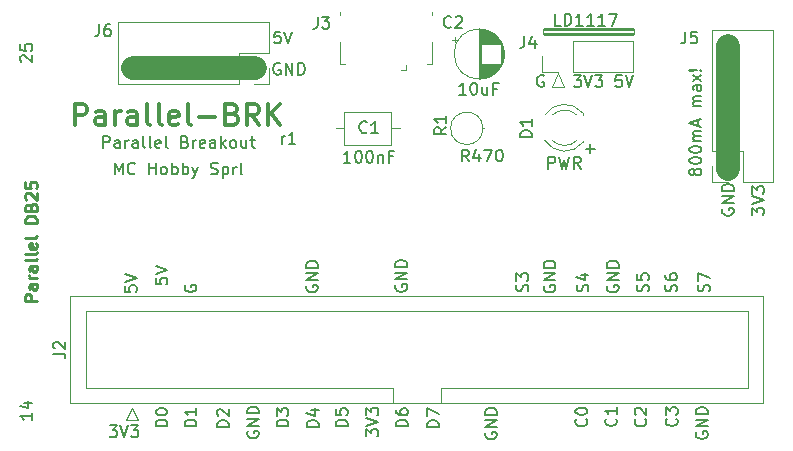
<source format=gbr>
%TF.GenerationSoftware,KiCad,Pcbnew,5.1.12-84ad8e8a86~92~ubuntu18.04.1*%
%TF.CreationDate,2022-06-27T01:27:44+02:00*%
%TF.ProjectId,Parallel-brk,50617261-6c6c-4656-9c2d-62726b2e6b69,rev?*%
%TF.SameCoordinates,Original*%
%TF.FileFunction,Legend,Top*%
%TF.FilePolarity,Positive*%
%FSLAX46Y46*%
G04 Gerber Fmt 4.6, Leading zero omitted, Abs format (unit mm)*
G04 Created by KiCad (PCBNEW 5.1.12-84ad8e8a86~92~ubuntu18.04.1) date 2022-06-27 01:27:44*
%MOMM*%
%LPD*%
G01*
G04 APERTURE LIST*
%ADD10C,0.150000*%
%ADD11C,0.350000*%
%ADD12C,0.250000*%
%ADD13C,2.000000*%
%ADD14C,0.120000*%
G04 APERTURE END LIST*
D10*
X125252380Y-54952380D02*
X125252380Y-54285714D01*
X125252380Y-54476190D02*
X125300000Y-54380952D01*
X125347619Y-54333333D01*
X125442857Y-54285714D01*
X125538095Y-54285714D01*
X126395238Y-54952380D02*
X125823809Y-54952380D01*
X126109523Y-54952380D02*
X126109523Y-53952380D01*
X126014285Y-54095238D01*
X125919047Y-54190476D01*
X125823809Y-54238095D01*
D11*
X107692857Y-53364285D02*
X107692857Y-51564285D01*
X108378571Y-51564285D01*
X108550000Y-51650000D01*
X108635714Y-51735714D01*
X108721428Y-51907142D01*
X108721428Y-52164285D01*
X108635714Y-52335714D01*
X108550000Y-52421428D01*
X108378571Y-52507142D01*
X107692857Y-52507142D01*
X110264285Y-53364285D02*
X110264285Y-52421428D01*
X110178571Y-52250000D01*
X110007142Y-52164285D01*
X109664285Y-52164285D01*
X109492857Y-52250000D01*
X110264285Y-53278571D02*
X110092857Y-53364285D01*
X109664285Y-53364285D01*
X109492857Y-53278571D01*
X109407142Y-53107142D01*
X109407142Y-52935714D01*
X109492857Y-52764285D01*
X109664285Y-52678571D01*
X110092857Y-52678571D01*
X110264285Y-52592857D01*
X111121428Y-53364285D02*
X111121428Y-52164285D01*
X111121428Y-52507142D02*
X111207142Y-52335714D01*
X111292857Y-52250000D01*
X111464285Y-52164285D01*
X111635714Y-52164285D01*
X113007142Y-53364285D02*
X113007142Y-52421428D01*
X112921428Y-52250000D01*
X112750000Y-52164285D01*
X112407142Y-52164285D01*
X112235714Y-52250000D01*
X113007142Y-53278571D02*
X112835714Y-53364285D01*
X112407142Y-53364285D01*
X112235714Y-53278571D01*
X112150000Y-53107142D01*
X112150000Y-52935714D01*
X112235714Y-52764285D01*
X112407142Y-52678571D01*
X112835714Y-52678571D01*
X113007142Y-52592857D01*
X114121428Y-53364285D02*
X113950000Y-53278571D01*
X113864285Y-53107142D01*
X113864285Y-51564285D01*
X115064285Y-53364285D02*
X114892857Y-53278571D01*
X114807142Y-53107142D01*
X114807142Y-51564285D01*
X116435714Y-53278571D02*
X116264285Y-53364285D01*
X115921428Y-53364285D01*
X115750000Y-53278571D01*
X115664285Y-53107142D01*
X115664285Y-52421428D01*
X115750000Y-52250000D01*
X115921428Y-52164285D01*
X116264285Y-52164285D01*
X116435714Y-52250000D01*
X116521428Y-52421428D01*
X116521428Y-52592857D01*
X115664285Y-52764285D01*
X117550000Y-53364285D02*
X117378571Y-53278571D01*
X117292857Y-53107142D01*
X117292857Y-51564285D01*
X118235714Y-52678571D02*
X119607142Y-52678571D01*
X121064285Y-52421428D02*
X121321428Y-52507142D01*
X121407142Y-52592857D01*
X121492857Y-52764285D01*
X121492857Y-53021428D01*
X121407142Y-53192857D01*
X121321428Y-53278571D01*
X121150000Y-53364285D01*
X120464285Y-53364285D01*
X120464285Y-51564285D01*
X121064285Y-51564285D01*
X121235714Y-51650000D01*
X121321428Y-51735714D01*
X121407142Y-51907142D01*
X121407142Y-52078571D01*
X121321428Y-52250000D01*
X121235714Y-52335714D01*
X121064285Y-52421428D01*
X120464285Y-52421428D01*
X123292857Y-53364285D02*
X122692857Y-52507142D01*
X122264285Y-53364285D02*
X122264285Y-51564285D01*
X122950000Y-51564285D01*
X123121428Y-51650000D01*
X123207142Y-51735714D01*
X123292857Y-51907142D01*
X123292857Y-52164285D01*
X123207142Y-52335714D01*
X123121428Y-52421428D01*
X122950000Y-52507142D01*
X122264285Y-52507142D01*
X124064285Y-53364285D02*
X124064285Y-51564285D01*
X125092857Y-53364285D02*
X124321428Y-52335714D01*
X125092857Y-51564285D02*
X124064285Y-52592857D01*
D10*
X110092857Y-55302380D02*
X110092857Y-54302380D01*
X110473809Y-54302380D01*
X110569047Y-54350000D01*
X110616666Y-54397619D01*
X110664285Y-54492857D01*
X110664285Y-54635714D01*
X110616666Y-54730952D01*
X110569047Y-54778571D01*
X110473809Y-54826190D01*
X110092857Y-54826190D01*
X111521428Y-55302380D02*
X111521428Y-54778571D01*
X111473809Y-54683333D01*
X111378571Y-54635714D01*
X111188095Y-54635714D01*
X111092857Y-54683333D01*
X111521428Y-55254761D02*
X111426190Y-55302380D01*
X111188095Y-55302380D01*
X111092857Y-55254761D01*
X111045238Y-55159523D01*
X111045238Y-55064285D01*
X111092857Y-54969047D01*
X111188095Y-54921428D01*
X111426190Y-54921428D01*
X111521428Y-54873809D01*
X111997619Y-55302380D02*
X111997619Y-54635714D01*
X111997619Y-54826190D02*
X112045238Y-54730952D01*
X112092857Y-54683333D01*
X112188095Y-54635714D01*
X112283333Y-54635714D01*
X113045238Y-55302380D02*
X113045238Y-54778571D01*
X112997619Y-54683333D01*
X112902380Y-54635714D01*
X112711904Y-54635714D01*
X112616666Y-54683333D01*
X113045238Y-55254761D02*
X112950000Y-55302380D01*
X112711904Y-55302380D01*
X112616666Y-55254761D01*
X112569047Y-55159523D01*
X112569047Y-55064285D01*
X112616666Y-54969047D01*
X112711904Y-54921428D01*
X112950000Y-54921428D01*
X113045238Y-54873809D01*
X113664285Y-55302380D02*
X113569047Y-55254761D01*
X113521428Y-55159523D01*
X113521428Y-54302380D01*
X114188095Y-55302380D02*
X114092857Y-55254761D01*
X114045238Y-55159523D01*
X114045238Y-54302380D01*
X114950000Y-55254761D02*
X114854761Y-55302380D01*
X114664285Y-55302380D01*
X114569047Y-55254761D01*
X114521428Y-55159523D01*
X114521428Y-54778571D01*
X114569047Y-54683333D01*
X114664285Y-54635714D01*
X114854761Y-54635714D01*
X114950000Y-54683333D01*
X114997619Y-54778571D01*
X114997619Y-54873809D01*
X114521428Y-54969047D01*
X115569047Y-55302380D02*
X115473809Y-55254761D01*
X115426190Y-55159523D01*
X115426190Y-54302380D01*
X117045238Y-54778571D02*
X117188095Y-54826190D01*
X117235714Y-54873809D01*
X117283333Y-54969047D01*
X117283333Y-55111904D01*
X117235714Y-55207142D01*
X117188095Y-55254761D01*
X117092857Y-55302380D01*
X116711904Y-55302380D01*
X116711904Y-54302380D01*
X117045238Y-54302380D01*
X117140476Y-54350000D01*
X117188095Y-54397619D01*
X117235714Y-54492857D01*
X117235714Y-54588095D01*
X117188095Y-54683333D01*
X117140476Y-54730952D01*
X117045238Y-54778571D01*
X116711904Y-54778571D01*
X117711904Y-55302380D02*
X117711904Y-54635714D01*
X117711904Y-54826190D02*
X117759523Y-54730952D01*
X117807142Y-54683333D01*
X117902380Y-54635714D01*
X117997619Y-54635714D01*
X118711904Y-55254761D02*
X118616666Y-55302380D01*
X118426190Y-55302380D01*
X118330952Y-55254761D01*
X118283333Y-55159523D01*
X118283333Y-54778571D01*
X118330952Y-54683333D01*
X118426190Y-54635714D01*
X118616666Y-54635714D01*
X118711904Y-54683333D01*
X118759523Y-54778571D01*
X118759523Y-54873809D01*
X118283333Y-54969047D01*
X119616666Y-55302380D02*
X119616666Y-54778571D01*
X119569047Y-54683333D01*
X119473809Y-54635714D01*
X119283333Y-54635714D01*
X119188095Y-54683333D01*
X119616666Y-55254761D02*
X119521428Y-55302380D01*
X119283333Y-55302380D01*
X119188095Y-55254761D01*
X119140476Y-55159523D01*
X119140476Y-55064285D01*
X119188095Y-54969047D01*
X119283333Y-54921428D01*
X119521428Y-54921428D01*
X119616666Y-54873809D01*
X120092857Y-55302380D02*
X120092857Y-54302380D01*
X120188095Y-54921428D02*
X120473809Y-55302380D01*
X120473809Y-54635714D02*
X120092857Y-55016666D01*
X121045238Y-55302380D02*
X120950000Y-55254761D01*
X120902380Y-55207142D01*
X120854761Y-55111904D01*
X120854761Y-54826190D01*
X120902380Y-54730952D01*
X120950000Y-54683333D01*
X121045238Y-54635714D01*
X121188095Y-54635714D01*
X121283333Y-54683333D01*
X121330952Y-54730952D01*
X121378571Y-54826190D01*
X121378571Y-55111904D01*
X121330952Y-55207142D01*
X121283333Y-55254761D01*
X121188095Y-55302380D01*
X121045238Y-55302380D01*
X122235714Y-54635714D02*
X122235714Y-55302380D01*
X121807142Y-54635714D02*
X121807142Y-55159523D01*
X121854761Y-55254761D01*
X121950000Y-55302380D01*
X122092857Y-55302380D01*
X122188095Y-55254761D01*
X122235714Y-55207142D01*
X122569047Y-54635714D02*
X122950000Y-54635714D01*
X122711904Y-54302380D02*
X122711904Y-55159523D01*
X122759523Y-55254761D01*
X122854761Y-55302380D01*
X122950000Y-55302380D01*
X111092857Y-57552380D02*
X111092857Y-56552380D01*
X111426190Y-57266666D01*
X111759523Y-56552380D01*
X111759523Y-57552380D01*
X112807142Y-57457142D02*
X112759523Y-57504761D01*
X112616666Y-57552380D01*
X112521428Y-57552380D01*
X112378571Y-57504761D01*
X112283333Y-57409523D01*
X112235714Y-57314285D01*
X112188095Y-57123809D01*
X112188095Y-56980952D01*
X112235714Y-56790476D01*
X112283333Y-56695238D01*
X112378571Y-56600000D01*
X112521428Y-56552380D01*
X112616666Y-56552380D01*
X112759523Y-56600000D01*
X112807142Y-56647619D01*
X113997619Y-57552380D02*
X113997619Y-56552380D01*
X113997619Y-57028571D02*
X114569047Y-57028571D01*
X114569047Y-57552380D02*
X114569047Y-56552380D01*
X115188095Y-57552380D02*
X115092857Y-57504761D01*
X115045238Y-57457142D01*
X114997619Y-57361904D01*
X114997619Y-57076190D01*
X115045238Y-56980952D01*
X115092857Y-56933333D01*
X115188095Y-56885714D01*
X115330952Y-56885714D01*
X115426190Y-56933333D01*
X115473809Y-56980952D01*
X115521428Y-57076190D01*
X115521428Y-57361904D01*
X115473809Y-57457142D01*
X115426190Y-57504761D01*
X115330952Y-57552380D01*
X115188095Y-57552380D01*
X115950000Y-57552380D02*
X115950000Y-56552380D01*
X115950000Y-56933333D02*
X116045238Y-56885714D01*
X116235714Y-56885714D01*
X116330952Y-56933333D01*
X116378571Y-56980952D01*
X116426190Y-57076190D01*
X116426190Y-57361904D01*
X116378571Y-57457142D01*
X116330952Y-57504761D01*
X116235714Y-57552380D01*
X116045238Y-57552380D01*
X115950000Y-57504761D01*
X116854761Y-57552380D02*
X116854761Y-56552380D01*
X116854761Y-56933333D02*
X116950000Y-56885714D01*
X117140476Y-56885714D01*
X117235714Y-56933333D01*
X117283333Y-56980952D01*
X117330952Y-57076190D01*
X117330952Y-57361904D01*
X117283333Y-57457142D01*
X117235714Y-57504761D01*
X117140476Y-57552380D01*
X116950000Y-57552380D01*
X116854761Y-57504761D01*
X117664285Y-56885714D02*
X117902380Y-57552380D01*
X118140476Y-56885714D02*
X117902380Y-57552380D01*
X117807142Y-57790476D01*
X117759523Y-57838095D01*
X117664285Y-57885714D01*
X119235714Y-57504761D02*
X119378571Y-57552380D01*
X119616666Y-57552380D01*
X119711904Y-57504761D01*
X119759523Y-57457142D01*
X119807142Y-57361904D01*
X119807142Y-57266666D01*
X119759523Y-57171428D01*
X119711904Y-57123809D01*
X119616666Y-57076190D01*
X119426190Y-57028571D01*
X119330952Y-56980952D01*
X119283333Y-56933333D01*
X119235714Y-56838095D01*
X119235714Y-56742857D01*
X119283333Y-56647619D01*
X119330952Y-56600000D01*
X119426190Y-56552380D01*
X119664285Y-56552380D01*
X119807142Y-56600000D01*
X120235714Y-56885714D02*
X120235714Y-57885714D01*
X120235714Y-56933333D02*
X120330952Y-56885714D01*
X120521428Y-56885714D01*
X120616666Y-56933333D01*
X120664285Y-56980952D01*
X120711904Y-57076190D01*
X120711904Y-57361904D01*
X120664285Y-57457142D01*
X120616666Y-57504761D01*
X120521428Y-57552380D01*
X120330952Y-57552380D01*
X120235714Y-57504761D01*
X121140476Y-57552380D02*
X121140476Y-56885714D01*
X121140476Y-57076190D02*
X121188095Y-56980952D01*
X121235714Y-56933333D01*
X121330952Y-56885714D01*
X121426190Y-56885714D01*
X121902380Y-57552380D02*
X121807142Y-57504761D01*
X121759523Y-57409523D01*
X121759523Y-56552380D01*
D12*
X104502380Y-68254761D02*
X103502380Y-68254761D01*
X103502380Y-67873809D01*
X103550000Y-67778571D01*
X103597619Y-67730952D01*
X103692857Y-67683333D01*
X103835714Y-67683333D01*
X103930952Y-67730952D01*
X103978571Y-67778571D01*
X104026190Y-67873809D01*
X104026190Y-68254761D01*
X104502380Y-66826190D02*
X103978571Y-66826190D01*
X103883333Y-66873809D01*
X103835714Y-66969047D01*
X103835714Y-67159523D01*
X103883333Y-67254761D01*
X104454761Y-66826190D02*
X104502380Y-66921428D01*
X104502380Y-67159523D01*
X104454761Y-67254761D01*
X104359523Y-67302380D01*
X104264285Y-67302380D01*
X104169047Y-67254761D01*
X104121428Y-67159523D01*
X104121428Y-66921428D01*
X104073809Y-66826190D01*
X104502380Y-66350000D02*
X103835714Y-66350000D01*
X104026190Y-66350000D02*
X103930952Y-66302380D01*
X103883333Y-66254761D01*
X103835714Y-66159523D01*
X103835714Y-66064285D01*
X104502380Y-65302380D02*
X103978571Y-65302380D01*
X103883333Y-65350000D01*
X103835714Y-65445238D01*
X103835714Y-65635714D01*
X103883333Y-65730952D01*
X104454761Y-65302380D02*
X104502380Y-65397619D01*
X104502380Y-65635714D01*
X104454761Y-65730952D01*
X104359523Y-65778571D01*
X104264285Y-65778571D01*
X104169047Y-65730952D01*
X104121428Y-65635714D01*
X104121428Y-65397619D01*
X104073809Y-65302380D01*
X104502380Y-64683333D02*
X104454761Y-64778571D01*
X104359523Y-64826190D01*
X103502380Y-64826190D01*
X104502380Y-64159523D02*
X104454761Y-64254761D01*
X104359523Y-64302380D01*
X103502380Y-64302380D01*
X104454761Y-63397619D02*
X104502380Y-63492857D01*
X104502380Y-63683333D01*
X104454761Y-63778571D01*
X104359523Y-63826190D01*
X103978571Y-63826190D01*
X103883333Y-63778571D01*
X103835714Y-63683333D01*
X103835714Y-63492857D01*
X103883333Y-63397619D01*
X103978571Y-63350000D01*
X104073809Y-63350000D01*
X104169047Y-63826190D01*
X104502380Y-62778571D02*
X104454761Y-62873809D01*
X104359523Y-62921428D01*
X103502380Y-62921428D01*
X104502380Y-61635714D02*
X103502380Y-61635714D01*
X103502380Y-61397619D01*
X103550000Y-61254761D01*
X103645238Y-61159523D01*
X103740476Y-61111904D01*
X103930952Y-61064285D01*
X104073809Y-61064285D01*
X104264285Y-61111904D01*
X104359523Y-61159523D01*
X104454761Y-61254761D01*
X104502380Y-61397619D01*
X104502380Y-61635714D01*
X103978571Y-60302380D02*
X104026190Y-60159523D01*
X104073809Y-60111904D01*
X104169047Y-60064285D01*
X104311904Y-60064285D01*
X104407142Y-60111904D01*
X104454761Y-60159523D01*
X104502380Y-60254761D01*
X104502380Y-60635714D01*
X103502380Y-60635714D01*
X103502380Y-60302380D01*
X103550000Y-60207142D01*
X103597619Y-60159523D01*
X103692857Y-60111904D01*
X103788095Y-60111904D01*
X103883333Y-60159523D01*
X103930952Y-60207142D01*
X103978571Y-60302380D01*
X103978571Y-60635714D01*
X103597619Y-59683333D02*
X103550000Y-59635714D01*
X103502380Y-59540476D01*
X103502380Y-59302380D01*
X103550000Y-59207142D01*
X103597619Y-59159523D01*
X103692857Y-59111904D01*
X103788095Y-59111904D01*
X103930952Y-59159523D01*
X104502380Y-59730952D01*
X104502380Y-59111904D01*
X103502380Y-58207142D02*
X103502380Y-58683333D01*
X103978571Y-58730952D01*
X103930952Y-58683333D01*
X103883333Y-58588095D01*
X103883333Y-58350000D01*
X103930952Y-58254761D01*
X103978571Y-58207142D01*
X104073809Y-58159523D01*
X104311904Y-58159523D01*
X104407142Y-58207142D01*
X104454761Y-58254761D01*
X104502380Y-58350000D01*
X104502380Y-58588095D01*
X104454761Y-58683333D01*
X104407142Y-58730952D01*
D10*
X103197619Y-48011904D02*
X103150000Y-47964285D01*
X103102380Y-47869047D01*
X103102380Y-47630952D01*
X103150000Y-47535714D01*
X103197619Y-47488095D01*
X103292857Y-47440476D01*
X103388095Y-47440476D01*
X103530952Y-47488095D01*
X104102380Y-48059523D01*
X104102380Y-47440476D01*
X103102380Y-46535714D02*
X103102380Y-47011904D01*
X103578571Y-47059523D01*
X103530952Y-47011904D01*
X103483333Y-46916666D01*
X103483333Y-46678571D01*
X103530952Y-46583333D01*
X103578571Y-46535714D01*
X103673809Y-46488095D01*
X103911904Y-46488095D01*
X104007142Y-46535714D01*
X104054761Y-46583333D01*
X104102380Y-46678571D01*
X104102380Y-46916666D01*
X104054761Y-47011904D01*
X104007142Y-47059523D01*
X104102380Y-77740476D02*
X104102380Y-78311904D01*
X104102380Y-78026190D02*
X103102380Y-78026190D01*
X103245238Y-78121428D01*
X103340476Y-78216666D01*
X103388095Y-78311904D01*
X103435714Y-76883333D02*
X104102380Y-76883333D01*
X103054761Y-77121428D02*
X103769047Y-77359523D01*
X103769047Y-76740476D01*
X125109523Y-45452380D02*
X124633333Y-45452380D01*
X124585714Y-45928571D01*
X124633333Y-45880952D01*
X124728571Y-45833333D01*
X124966666Y-45833333D01*
X125061904Y-45880952D01*
X125109523Y-45928571D01*
X125157142Y-46023809D01*
X125157142Y-46261904D01*
X125109523Y-46357142D01*
X125061904Y-46404761D01*
X124966666Y-46452380D01*
X124728571Y-46452380D01*
X124633333Y-46404761D01*
X124585714Y-46357142D01*
X125442857Y-45452380D02*
X125776190Y-46452380D01*
X126109523Y-45452380D01*
X125088095Y-48150000D02*
X124992857Y-48102380D01*
X124850000Y-48102380D01*
X124707142Y-48150000D01*
X124611904Y-48245238D01*
X124564285Y-48340476D01*
X124516666Y-48530952D01*
X124516666Y-48673809D01*
X124564285Y-48864285D01*
X124611904Y-48959523D01*
X124707142Y-49054761D01*
X124850000Y-49102380D01*
X124945238Y-49102380D01*
X125088095Y-49054761D01*
X125135714Y-49007142D01*
X125135714Y-48673809D01*
X124945238Y-48673809D01*
X125564285Y-49102380D02*
X125564285Y-48102380D01*
X126135714Y-49102380D01*
X126135714Y-48102380D01*
X126611904Y-49102380D02*
X126611904Y-48102380D01*
X126850000Y-48102380D01*
X126992857Y-48150000D01*
X127088095Y-48245238D01*
X127135714Y-48340476D01*
X127183333Y-48530952D01*
X127183333Y-48673809D01*
X127135714Y-48864285D01*
X127088095Y-48959523D01*
X126992857Y-49054761D01*
X126850000Y-49102380D01*
X126611904Y-49102380D01*
D13*
X112650000Y-48500000D02*
X123000000Y-48500000D01*
X163000000Y-46700000D02*
X163000000Y-57050000D01*
D10*
X160180952Y-57435714D02*
X160133333Y-57530952D01*
X160085714Y-57578571D01*
X159990476Y-57626190D01*
X159942857Y-57626190D01*
X159847619Y-57578571D01*
X159800000Y-57530952D01*
X159752380Y-57435714D01*
X159752380Y-57245238D01*
X159800000Y-57150000D01*
X159847619Y-57102380D01*
X159942857Y-57054761D01*
X159990476Y-57054761D01*
X160085714Y-57102380D01*
X160133333Y-57150000D01*
X160180952Y-57245238D01*
X160180952Y-57435714D01*
X160228571Y-57530952D01*
X160276190Y-57578571D01*
X160371428Y-57626190D01*
X160561904Y-57626190D01*
X160657142Y-57578571D01*
X160704761Y-57530952D01*
X160752380Y-57435714D01*
X160752380Y-57245238D01*
X160704761Y-57150000D01*
X160657142Y-57102380D01*
X160561904Y-57054761D01*
X160371428Y-57054761D01*
X160276190Y-57102380D01*
X160228571Y-57150000D01*
X160180952Y-57245238D01*
X159752380Y-56435714D02*
X159752380Y-56340476D01*
X159800000Y-56245238D01*
X159847619Y-56197619D01*
X159942857Y-56150000D01*
X160133333Y-56102380D01*
X160371428Y-56102380D01*
X160561904Y-56150000D01*
X160657142Y-56197619D01*
X160704761Y-56245238D01*
X160752380Y-56340476D01*
X160752380Y-56435714D01*
X160704761Y-56530952D01*
X160657142Y-56578571D01*
X160561904Y-56626190D01*
X160371428Y-56673809D01*
X160133333Y-56673809D01*
X159942857Y-56626190D01*
X159847619Y-56578571D01*
X159800000Y-56530952D01*
X159752380Y-56435714D01*
X159752380Y-55483333D02*
X159752380Y-55388095D01*
X159800000Y-55292857D01*
X159847619Y-55245238D01*
X159942857Y-55197619D01*
X160133333Y-55150000D01*
X160371428Y-55150000D01*
X160561904Y-55197619D01*
X160657142Y-55245238D01*
X160704761Y-55292857D01*
X160752380Y-55388095D01*
X160752380Y-55483333D01*
X160704761Y-55578571D01*
X160657142Y-55626190D01*
X160561904Y-55673809D01*
X160371428Y-55721428D01*
X160133333Y-55721428D01*
X159942857Y-55673809D01*
X159847619Y-55626190D01*
X159800000Y-55578571D01*
X159752380Y-55483333D01*
X160752380Y-54721428D02*
X160085714Y-54721428D01*
X160180952Y-54721428D02*
X160133333Y-54673809D01*
X160085714Y-54578571D01*
X160085714Y-54435714D01*
X160133333Y-54340476D01*
X160228571Y-54292857D01*
X160752380Y-54292857D01*
X160228571Y-54292857D02*
X160133333Y-54245238D01*
X160085714Y-54150000D01*
X160085714Y-54007142D01*
X160133333Y-53911904D01*
X160228571Y-53864285D01*
X160752380Y-53864285D01*
X160466666Y-53435714D02*
X160466666Y-52959523D01*
X160752380Y-53530952D02*
X159752380Y-53197619D01*
X160752380Y-52864285D01*
X160752380Y-51769047D02*
X160085714Y-51769047D01*
X160180952Y-51769047D02*
X160133333Y-51721428D01*
X160085714Y-51626190D01*
X160085714Y-51483333D01*
X160133333Y-51388095D01*
X160228571Y-51340476D01*
X160752380Y-51340476D01*
X160228571Y-51340476D02*
X160133333Y-51292857D01*
X160085714Y-51197619D01*
X160085714Y-51054761D01*
X160133333Y-50959523D01*
X160228571Y-50911904D01*
X160752380Y-50911904D01*
X160752380Y-50007142D02*
X160228571Y-50007142D01*
X160133333Y-50054761D01*
X160085714Y-50150000D01*
X160085714Y-50340476D01*
X160133333Y-50435714D01*
X160704761Y-50007142D02*
X160752380Y-50102380D01*
X160752380Y-50340476D01*
X160704761Y-50435714D01*
X160609523Y-50483333D01*
X160514285Y-50483333D01*
X160419047Y-50435714D01*
X160371428Y-50340476D01*
X160371428Y-50102380D01*
X160323809Y-50007142D01*
X160752380Y-49626190D02*
X160085714Y-49102380D01*
X160085714Y-49626190D02*
X160752380Y-49102380D01*
X160657142Y-48721428D02*
X160704761Y-48673809D01*
X160752380Y-48721428D01*
X160704761Y-48769047D01*
X160657142Y-48721428D01*
X160752380Y-48721428D01*
X160371428Y-48721428D02*
X159800000Y-48769047D01*
X159752380Y-48721428D01*
X159800000Y-48673809D01*
X160371428Y-48721428D01*
X159752380Y-48721428D01*
X165052380Y-60988095D02*
X165052380Y-60369047D01*
X165433333Y-60702380D01*
X165433333Y-60559523D01*
X165480952Y-60464285D01*
X165528571Y-60416666D01*
X165623809Y-60369047D01*
X165861904Y-60369047D01*
X165957142Y-60416666D01*
X166004761Y-60464285D01*
X166052380Y-60559523D01*
X166052380Y-60845238D01*
X166004761Y-60940476D01*
X165957142Y-60988095D01*
X165052380Y-60083333D02*
X166052380Y-59750000D01*
X165052380Y-59416666D01*
X165052380Y-59178571D02*
X165052380Y-58559523D01*
X165433333Y-58892857D01*
X165433333Y-58750000D01*
X165480952Y-58654761D01*
X165528571Y-58607142D01*
X165623809Y-58559523D01*
X165861904Y-58559523D01*
X165957142Y-58607142D01*
X166004761Y-58654761D01*
X166052380Y-58750000D01*
X166052380Y-59035714D01*
X166004761Y-59130952D01*
X165957142Y-59178571D01*
X162550000Y-60461904D02*
X162502380Y-60557142D01*
X162502380Y-60700000D01*
X162550000Y-60842857D01*
X162645238Y-60938095D01*
X162740476Y-60985714D01*
X162930952Y-61033333D01*
X163073809Y-61033333D01*
X163264285Y-60985714D01*
X163359523Y-60938095D01*
X163454761Y-60842857D01*
X163502380Y-60700000D01*
X163502380Y-60604761D01*
X163454761Y-60461904D01*
X163407142Y-60414285D01*
X163073809Y-60414285D01*
X163073809Y-60604761D01*
X163502380Y-59985714D02*
X162502380Y-59985714D01*
X163502380Y-59414285D01*
X162502380Y-59414285D01*
X163502380Y-58938095D02*
X162502380Y-58938095D01*
X162502380Y-58700000D01*
X162550000Y-58557142D01*
X162645238Y-58461904D01*
X162740476Y-58414285D01*
X162930952Y-58366666D01*
X163073809Y-58366666D01*
X163264285Y-58414285D01*
X163359523Y-58461904D01*
X163454761Y-58557142D01*
X163502380Y-58700000D01*
X163502380Y-58938095D01*
X148854761Y-44952380D02*
X148378571Y-44952380D01*
X148378571Y-43952380D01*
X149188095Y-44952380D02*
X149188095Y-43952380D01*
X149426190Y-43952380D01*
X149569047Y-44000000D01*
X149664285Y-44095238D01*
X149711904Y-44190476D01*
X149759523Y-44380952D01*
X149759523Y-44523809D01*
X149711904Y-44714285D01*
X149664285Y-44809523D01*
X149569047Y-44904761D01*
X149426190Y-44952380D01*
X149188095Y-44952380D01*
X150711904Y-44952380D02*
X150140476Y-44952380D01*
X150426190Y-44952380D02*
X150426190Y-43952380D01*
X150330952Y-44095238D01*
X150235714Y-44190476D01*
X150140476Y-44238095D01*
X151664285Y-44952380D02*
X151092857Y-44952380D01*
X151378571Y-44952380D02*
X151378571Y-43952380D01*
X151283333Y-44095238D01*
X151188095Y-44190476D01*
X151092857Y-44238095D01*
X152616666Y-44952380D02*
X152045238Y-44952380D01*
X152330952Y-44952380D02*
X152330952Y-43952380D01*
X152235714Y-44095238D01*
X152140476Y-44190476D01*
X152045238Y-44238095D01*
X152950000Y-43952380D02*
X153616666Y-43952380D01*
X153188095Y-44952380D01*
X140828571Y-50802380D02*
X140257142Y-50802380D01*
X140542857Y-50802380D02*
X140542857Y-49802380D01*
X140447619Y-49945238D01*
X140352380Y-50040476D01*
X140257142Y-50088095D01*
X141447619Y-49802380D02*
X141542857Y-49802380D01*
X141638095Y-49850000D01*
X141685714Y-49897619D01*
X141733333Y-49992857D01*
X141780952Y-50183333D01*
X141780952Y-50421428D01*
X141733333Y-50611904D01*
X141685714Y-50707142D01*
X141638095Y-50754761D01*
X141542857Y-50802380D01*
X141447619Y-50802380D01*
X141352380Y-50754761D01*
X141304761Y-50707142D01*
X141257142Y-50611904D01*
X141209523Y-50421428D01*
X141209523Y-50183333D01*
X141257142Y-49992857D01*
X141304761Y-49897619D01*
X141352380Y-49850000D01*
X141447619Y-49802380D01*
X142638095Y-50135714D02*
X142638095Y-50802380D01*
X142209523Y-50135714D02*
X142209523Y-50659523D01*
X142257142Y-50754761D01*
X142352380Y-50802380D01*
X142495238Y-50802380D01*
X142590476Y-50754761D01*
X142638095Y-50707142D01*
X143447619Y-50278571D02*
X143114285Y-50278571D01*
X143114285Y-50802380D02*
X143114285Y-49802380D01*
X143590476Y-49802380D01*
X110661904Y-78802380D02*
X111280952Y-78802380D01*
X110947619Y-79183333D01*
X111090476Y-79183333D01*
X111185714Y-79230952D01*
X111233333Y-79278571D01*
X111280952Y-79373809D01*
X111280952Y-79611904D01*
X111233333Y-79707142D01*
X111185714Y-79754761D01*
X111090476Y-79802380D01*
X110804761Y-79802380D01*
X110709523Y-79754761D01*
X110661904Y-79707142D01*
X111566666Y-78802380D02*
X111900000Y-79802380D01*
X112233333Y-78802380D01*
X112471428Y-78802380D02*
X113090476Y-78802380D01*
X112757142Y-79183333D01*
X112900000Y-79183333D01*
X112995238Y-79230952D01*
X113042857Y-79278571D01*
X113090476Y-79373809D01*
X113090476Y-79611904D01*
X113042857Y-79707142D01*
X112995238Y-79754761D01*
X112900000Y-79802380D01*
X112614285Y-79802380D01*
X112519047Y-79754761D01*
X112471428Y-79707142D01*
X115552380Y-78888095D02*
X114552380Y-78888095D01*
X114552380Y-78650000D01*
X114600000Y-78507142D01*
X114695238Y-78411904D01*
X114790476Y-78364285D01*
X114980952Y-78316666D01*
X115123809Y-78316666D01*
X115314285Y-78364285D01*
X115409523Y-78411904D01*
X115504761Y-78507142D01*
X115552380Y-78650000D01*
X115552380Y-78888095D01*
X114552380Y-77697619D02*
X114552380Y-77602380D01*
X114600000Y-77507142D01*
X114647619Y-77459523D01*
X114742857Y-77411904D01*
X114933333Y-77364285D01*
X115171428Y-77364285D01*
X115361904Y-77411904D01*
X115457142Y-77459523D01*
X115504761Y-77507142D01*
X115552380Y-77602380D01*
X115552380Y-77697619D01*
X115504761Y-77792857D01*
X115457142Y-77840476D01*
X115361904Y-77888095D01*
X115171428Y-77935714D01*
X114933333Y-77935714D01*
X114742857Y-77888095D01*
X114647619Y-77840476D01*
X114600000Y-77792857D01*
X114552380Y-77697619D01*
X118002380Y-78888095D02*
X117002380Y-78888095D01*
X117002380Y-78650000D01*
X117050000Y-78507142D01*
X117145238Y-78411904D01*
X117240476Y-78364285D01*
X117430952Y-78316666D01*
X117573809Y-78316666D01*
X117764285Y-78364285D01*
X117859523Y-78411904D01*
X117954761Y-78507142D01*
X118002380Y-78650000D01*
X118002380Y-78888095D01*
X118002380Y-77364285D02*
X118002380Y-77935714D01*
X118002380Y-77650000D02*
X117002380Y-77650000D01*
X117145238Y-77745238D01*
X117240476Y-77840476D01*
X117288095Y-77935714D01*
X120752380Y-78938095D02*
X119752380Y-78938095D01*
X119752380Y-78700000D01*
X119800000Y-78557142D01*
X119895238Y-78461904D01*
X119990476Y-78414285D01*
X120180952Y-78366666D01*
X120323809Y-78366666D01*
X120514285Y-78414285D01*
X120609523Y-78461904D01*
X120704761Y-78557142D01*
X120752380Y-78700000D01*
X120752380Y-78938095D01*
X119847619Y-77985714D02*
X119800000Y-77938095D01*
X119752380Y-77842857D01*
X119752380Y-77604761D01*
X119800000Y-77509523D01*
X119847619Y-77461904D01*
X119942857Y-77414285D01*
X120038095Y-77414285D01*
X120180952Y-77461904D01*
X120752380Y-78033333D01*
X120752380Y-77414285D01*
X125802380Y-78888095D02*
X124802380Y-78888095D01*
X124802380Y-78650000D01*
X124850000Y-78507142D01*
X124945238Y-78411904D01*
X125040476Y-78364285D01*
X125230952Y-78316666D01*
X125373809Y-78316666D01*
X125564285Y-78364285D01*
X125659523Y-78411904D01*
X125754761Y-78507142D01*
X125802380Y-78650000D01*
X125802380Y-78888095D01*
X124802380Y-77983333D02*
X124802380Y-77364285D01*
X125183333Y-77697619D01*
X125183333Y-77554761D01*
X125230952Y-77459523D01*
X125278571Y-77411904D01*
X125373809Y-77364285D01*
X125611904Y-77364285D01*
X125707142Y-77411904D01*
X125754761Y-77459523D01*
X125802380Y-77554761D01*
X125802380Y-77840476D01*
X125754761Y-77935714D01*
X125707142Y-77983333D01*
X128352380Y-78938095D02*
X127352380Y-78938095D01*
X127352380Y-78700000D01*
X127400000Y-78557142D01*
X127495238Y-78461904D01*
X127590476Y-78414285D01*
X127780952Y-78366666D01*
X127923809Y-78366666D01*
X128114285Y-78414285D01*
X128209523Y-78461904D01*
X128304761Y-78557142D01*
X128352380Y-78700000D01*
X128352380Y-78938095D01*
X127685714Y-77509523D02*
X128352380Y-77509523D01*
X127304761Y-77747619D02*
X128019047Y-77985714D01*
X128019047Y-77366666D01*
X130802380Y-78888095D02*
X129802380Y-78888095D01*
X129802380Y-78650000D01*
X129850000Y-78507142D01*
X129945238Y-78411904D01*
X130040476Y-78364285D01*
X130230952Y-78316666D01*
X130373809Y-78316666D01*
X130564285Y-78364285D01*
X130659523Y-78411904D01*
X130754761Y-78507142D01*
X130802380Y-78650000D01*
X130802380Y-78888095D01*
X129802380Y-77411904D02*
X129802380Y-77888095D01*
X130278571Y-77935714D01*
X130230952Y-77888095D01*
X130183333Y-77792857D01*
X130183333Y-77554761D01*
X130230952Y-77459523D01*
X130278571Y-77411904D01*
X130373809Y-77364285D01*
X130611904Y-77364285D01*
X130707142Y-77411904D01*
X130754761Y-77459523D01*
X130802380Y-77554761D01*
X130802380Y-77792857D01*
X130754761Y-77888095D01*
X130707142Y-77935714D01*
X132402380Y-79738095D02*
X132402380Y-79119047D01*
X132783333Y-79452380D01*
X132783333Y-79309523D01*
X132830952Y-79214285D01*
X132878571Y-79166666D01*
X132973809Y-79119047D01*
X133211904Y-79119047D01*
X133307142Y-79166666D01*
X133354761Y-79214285D01*
X133402380Y-79309523D01*
X133402380Y-79595238D01*
X133354761Y-79690476D01*
X133307142Y-79738095D01*
X132402380Y-78833333D02*
X133402380Y-78500000D01*
X132402380Y-78166666D01*
X132402380Y-77928571D02*
X132402380Y-77309523D01*
X132783333Y-77642857D01*
X132783333Y-77500000D01*
X132830952Y-77404761D01*
X132878571Y-77357142D01*
X132973809Y-77309523D01*
X133211904Y-77309523D01*
X133307142Y-77357142D01*
X133354761Y-77404761D01*
X133402380Y-77500000D01*
X133402380Y-77785714D01*
X133354761Y-77880952D01*
X133307142Y-77928571D01*
X135902380Y-78888095D02*
X134902380Y-78888095D01*
X134902380Y-78650000D01*
X134950000Y-78507142D01*
X135045238Y-78411904D01*
X135140476Y-78364285D01*
X135330952Y-78316666D01*
X135473809Y-78316666D01*
X135664285Y-78364285D01*
X135759523Y-78411904D01*
X135854761Y-78507142D01*
X135902380Y-78650000D01*
X135902380Y-78888095D01*
X134902380Y-77459523D02*
X134902380Y-77650000D01*
X134950000Y-77745238D01*
X134997619Y-77792857D01*
X135140476Y-77888095D01*
X135330952Y-77935714D01*
X135711904Y-77935714D01*
X135807142Y-77888095D01*
X135854761Y-77840476D01*
X135902380Y-77745238D01*
X135902380Y-77554761D01*
X135854761Y-77459523D01*
X135807142Y-77411904D01*
X135711904Y-77364285D01*
X135473809Y-77364285D01*
X135378571Y-77411904D01*
X135330952Y-77459523D01*
X135283333Y-77554761D01*
X135283333Y-77745238D01*
X135330952Y-77840476D01*
X135378571Y-77888095D01*
X135473809Y-77935714D01*
X138552380Y-78938095D02*
X137552380Y-78938095D01*
X137552380Y-78700000D01*
X137600000Y-78557142D01*
X137695238Y-78461904D01*
X137790476Y-78414285D01*
X137980952Y-78366666D01*
X138123809Y-78366666D01*
X138314285Y-78414285D01*
X138409523Y-78461904D01*
X138504761Y-78557142D01*
X138552380Y-78700000D01*
X138552380Y-78938095D01*
X137552380Y-78033333D02*
X137552380Y-77366666D01*
X138552380Y-77795238D01*
X158657142Y-78216666D02*
X158704761Y-78264285D01*
X158752380Y-78407142D01*
X158752380Y-78502380D01*
X158704761Y-78645238D01*
X158609523Y-78740476D01*
X158514285Y-78788095D01*
X158323809Y-78835714D01*
X158180952Y-78835714D01*
X157990476Y-78788095D01*
X157895238Y-78740476D01*
X157800000Y-78645238D01*
X157752380Y-78502380D01*
X157752380Y-78407142D01*
X157800000Y-78264285D01*
X157847619Y-78216666D01*
X157752380Y-77883333D02*
X157752380Y-77264285D01*
X158133333Y-77597619D01*
X158133333Y-77454761D01*
X158180952Y-77359523D01*
X158228571Y-77311904D01*
X158323809Y-77264285D01*
X158561904Y-77264285D01*
X158657142Y-77311904D01*
X158704761Y-77359523D01*
X158752380Y-77454761D01*
X158752380Y-77740476D01*
X158704761Y-77835714D01*
X158657142Y-77883333D01*
X156007142Y-78266666D02*
X156054761Y-78314285D01*
X156102380Y-78457142D01*
X156102380Y-78552380D01*
X156054761Y-78695238D01*
X155959523Y-78790476D01*
X155864285Y-78838095D01*
X155673809Y-78885714D01*
X155530952Y-78885714D01*
X155340476Y-78838095D01*
X155245238Y-78790476D01*
X155150000Y-78695238D01*
X155102380Y-78552380D01*
X155102380Y-78457142D01*
X155150000Y-78314285D01*
X155197619Y-78266666D01*
X155197619Y-77885714D02*
X155150000Y-77838095D01*
X155102380Y-77742857D01*
X155102380Y-77504761D01*
X155150000Y-77409523D01*
X155197619Y-77361904D01*
X155292857Y-77314285D01*
X155388095Y-77314285D01*
X155530952Y-77361904D01*
X156102380Y-77933333D01*
X156102380Y-77314285D01*
X153507142Y-78216666D02*
X153554761Y-78264285D01*
X153602380Y-78407142D01*
X153602380Y-78502380D01*
X153554761Y-78645238D01*
X153459523Y-78740476D01*
X153364285Y-78788095D01*
X153173809Y-78835714D01*
X153030952Y-78835714D01*
X152840476Y-78788095D01*
X152745238Y-78740476D01*
X152650000Y-78645238D01*
X152602380Y-78502380D01*
X152602380Y-78407142D01*
X152650000Y-78264285D01*
X152697619Y-78216666D01*
X153602380Y-77264285D02*
X153602380Y-77835714D01*
X153602380Y-77550000D02*
X152602380Y-77550000D01*
X152745238Y-77645238D01*
X152840476Y-77740476D01*
X152888095Y-77835714D01*
X151007142Y-78266666D02*
X151054761Y-78314285D01*
X151102380Y-78457142D01*
X151102380Y-78552380D01*
X151054761Y-78695238D01*
X150959523Y-78790476D01*
X150864285Y-78838095D01*
X150673809Y-78885714D01*
X150530952Y-78885714D01*
X150340476Y-78838095D01*
X150245238Y-78790476D01*
X150150000Y-78695238D01*
X150102380Y-78552380D01*
X150102380Y-78457142D01*
X150150000Y-78314285D01*
X150197619Y-78266666D01*
X150102380Y-77647619D02*
X150102380Y-77552380D01*
X150150000Y-77457142D01*
X150197619Y-77409523D01*
X150292857Y-77361904D01*
X150483333Y-77314285D01*
X150721428Y-77314285D01*
X150911904Y-77361904D01*
X151007142Y-77409523D01*
X151054761Y-77457142D01*
X151102380Y-77552380D01*
X151102380Y-77647619D01*
X151054761Y-77742857D01*
X151007142Y-77790476D01*
X150911904Y-77838095D01*
X150721428Y-77885714D01*
X150483333Y-77885714D01*
X150292857Y-77838095D01*
X150197619Y-77790476D01*
X150150000Y-77742857D01*
X150102380Y-77647619D01*
X160350000Y-79361904D02*
X160302380Y-79457142D01*
X160302380Y-79600000D01*
X160350000Y-79742857D01*
X160445238Y-79838095D01*
X160540476Y-79885714D01*
X160730952Y-79933333D01*
X160873809Y-79933333D01*
X161064285Y-79885714D01*
X161159523Y-79838095D01*
X161254761Y-79742857D01*
X161302380Y-79600000D01*
X161302380Y-79504761D01*
X161254761Y-79361904D01*
X161207142Y-79314285D01*
X160873809Y-79314285D01*
X160873809Y-79504761D01*
X161302380Y-78885714D02*
X160302380Y-78885714D01*
X161302380Y-78314285D01*
X160302380Y-78314285D01*
X161302380Y-77838095D02*
X160302380Y-77838095D01*
X160302380Y-77600000D01*
X160350000Y-77457142D01*
X160445238Y-77361904D01*
X160540476Y-77314285D01*
X160730952Y-77266666D01*
X160873809Y-77266666D01*
X161064285Y-77314285D01*
X161159523Y-77361904D01*
X161254761Y-77457142D01*
X161302380Y-77600000D01*
X161302380Y-77838095D01*
X142500000Y-79411904D02*
X142452380Y-79507142D01*
X142452380Y-79650000D01*
X142500000Y-79792857D01*
X142595238Y-79888095D01*
X142690476Y-79935714D01*
X142880952Y-79983333D01*
X143023809Y-79983333D01*
X143214285Y-79935714D01*
X143309523Y-79888095D01*
X143404761Y-79792857D01*
X143452380Y-79650000D01*
X143452380Y-79554761D01*
X143404761Y-79411904D01*
X143357142Y-79364285D01*
X143023809Y-79364285D01*
X143023809Y-79554761D01*
X143452380Y-78935714D02*
X142452380Y-78935714D01*
X143452380Y-78364285D01*
X142452380Y-78364285D01*
X143452380Y-77888095D02*
X142452380Y-77888095D01*
X142452380Y-77650000D01*
X142500000Y-77507142D01*
X142595238Y-77411904D01*
X142690476Y-77364285D01*
X142880952Y-77316666D01*
X143023809Y-77316666D01*
X143214285Y-77364285D01*
X143309523Y-77411904D01*
X143404761Y-77507142D01*
X143452380Y-77650000D01*
X143452380Y-77888095D01*
X122350000Y-79311904D02*
X122302380Y-79407142D01*
X122302380Y-79550000D01*
X122350000Y-79692857D01*
X122445238Y-79788095D01*
X122540476Y-79835714D01*
X122730952Y-79883333D01*
X122873809Y-79883333D01*
X123064285Y-79835714D01*
X123159523Y-79788095D01*
X123254761Y-79692857D01*
X123302380Y-79550000D01*
X123302380Y-79454761D01*
X123254761Y-79311904D01*
X123207142Y-79264285D01*
X122873809Y-79264285D01*
X122873809Y-79454761D01*
X123302380Y-78835714D02*
X122302380Y-78835714D01*
X123302380Y-78264285D01*
X122302380Y-78264285D01*
X123302380Y-77788095D02*
X122302380Y-77788095D01*
X122302380Y-77550000D01*
X122350000Y-77407142D01*
X122445238Y-77311904D01*
X122540476Y-77264285D01*
X122730952Y-77216666D01*
X122873809Y-77216666D01*
X123064285Y-77264285D01*
X123159523Y-77311904D01*
X123254761Y-77407142D01*
X123302380Y-77550000D01*
X123302380Y-77788095D01*
X134900000Y-66911904D02*
X134852380Y-67007142D01*
X134852380Y-67150000D01*
X134900000Y-67292857D01*
X134995238Y-67388095D01*
X135090476Y-67435714D01*
X135280952Y-67483333D01*
X135423809Y-67483333D01*
X135614285Y-67435714D01*
X135709523Y-67388095D01*
X135804761Y-67292857D01*
X135852380Y-67150000D01*
X135852380Y-67054761D01*
X135804761Y-66911904D01*
X135757142Y-66864285D01*
X135423809Y-66864285D01*
X135423809Y-67054761D01*
X135852380Y-66435714D02*
X134852380Y-66435714D01*
X135852380Y-65864285D01*
X134852380Y-65864285D01*
X135852380Y-65388095D02*
X134852380Y-65388095D01*
X134852380Y-65150000D01*
X134900000Y-65007142D01*
X134995238Y-64911904D01*
X135090476Y-64864285D01*
X135280952Y-64816666D01*
X135423809Y-64816666D01*
X135614285Y-64864285D01*
X135709523Y-64911904D01*
X135804761Y-65007142D01*
X135852380Y-65150000D01*
X135852380Y-65388095D01*
X127350000Y-66961904D02*
X127302380Y-67057142D01*
X127302380Y-67200000D01*
X127350000Y-67342857D01*
X127445238Y-67438095D01*
X127540476Y-67485714D01*
X127730952Y-67533333D01*
X127873809Y-67533333D01*
X128064285Y-67485714D01*
X128159523Y-67438095D01*
X128254761Y-67342857D01*
X128302380Y-67200000D01*
X128302380Y-67104761D01*
X128254761Y-66961904D01*
X128207142Y-66914285D01*
X127873809Y-66914285D01*
X127873809Y-67104761D01*
X128302380Y-66485714D02*
X127302380Y-66485714D01*
X128302380Y-65914285D01*
X127302380Y-65914285D01*
X128302380Y-65438095D02*
X127302380Y-65438095D01*
X127302380Y-65200000D01*
X127350000Y-65057142D01*
X127445238Y-64961904D01*
X127540476Y-64914285D01*
X127730952Y-64866666D01*
X127873809Y-64866666D01*
X128064285Y-64914285D01*
X128159523Y-64961904D01*
X128254761Y-65057142D01*
X128302380Y-65200000D01*
X128302380Y-65438095D01*
X117050000Y-66938095D02*
X117002380Y-67033333D01*
X117002380Y-67176190D01*
X117050000Y-67319047D01*
X117145238Y-67414285D01*
X117240476Y-67461904D01*
X117430952Y-67509523D01*
X117573809Y-67509523D01*
X117764285Y-67461904D01*
X117859523Y-67414285D01*
X117954761Y-67319047D01*
X118002380Y-67176190D01*
X118002380Y-67080952D01*
X117954761Y-66938095D01*
X117907142Y-66890476D01*
X117573809Y-66890476D01*
X117573809Y-67080952D01*
X114552380Y-66340476D02*
X114552380Y-66816666D01*
X115028571Y-66864285D01*
X114980952Y-66816666D01*
X114933333Y-66721428D01*
X114933333Y-66483333D01*
X114980952Y-66388095D01*
X115028571Y-66340476D01*
X115123809Y-66292857D01*
X115361904Y-66292857D01*
X115457142Y-66340476D01*
X115504761Y-66388095D01*
X115552380Y-66483333D01*
X115552380Y-66721428D01*
X115504761Y-66816666D01*
X115457142Y-66864285D01*
X114552380Y-66007142D02*
X115552380Y-65673809D01*
X114552380Y-65340476D01*
X111952380Y-66990476D02*
X111952380Y-67466666D01*
X112428571Y-67514285D01*
X112380952Y-67466666D01*
X112333333Y-67371428D01*
X112333333Y-67133333D01*
X112380952Y-67038095D01*
X112428571Y-66990476D01*
X112523809Y-66942857D01*
X112761904Y-66942857D01*
X112857142Y-66990476D01*
X112904761Y-67038095D01*
X112952380Y-67133333D01*
X112952380Y-67371428D01*
X112904761Y-67466666D01*
X112857142Y-67514285D01*
X111952380Y-66657142D02*
X112952380Y-66323809D01*
X111952380Y-65990476D01*
X146054761Y-67461904D02*
X146102380Y-67319047D01*
X146102380Y-67080952D01*
X146054761Y-66985714D01*
X146007142Y-66938095D01*
X145911904Y-66890476D01*
X145816666Y-66890476D01*
X145721428Y-66938095D01*
X145673809Y-66985714D01*
X145626190Y-67080952D01*
X145578571Y-67271428D01*
X145530952Y-67366666D01*
X145483333Y-67414285D01*
X145388095Y-67461904D01*
X145292857Y-67461904D01*
X145197619Y-67414285D01*
X145150000Y-67366666D01*
X145102380Y-67271428D01*
X145102380Y-67033333D01*
X145150000Y-66890476D01*
X145102380Y-66557142D02*
X145102380Y-65938095D01*
X145483333Y-66271428D01*
X145483333Y-66128571D01*
X145530952Y-66033333D01*
X145578571Y-65985714D01*
X145673809Y-65938095D01*
X145911904Y-65938095D01*
X146007142Y-65985714D01*
X146054761Y-66033333D01*
X146102380Y-66128571D01*
X146102380Y-66414285D01*
X146054761Y-66509523D01*
X146007142Y-66557142D01*
X147450000Y-66961904D02*
X147402380Y-67057142D01*
X147402380Y-67200000D01*
X147450000Y-67342857D01*
X147545238Y-67438095D01*
X147640476Y-67485714D01*
X147830952Y-67533333D01*
X147973809Y-67533333D01*
X148164285Y-67485714D01*
X148259523Y-67438095D01*
X148354761Y-67342857D01*
X148402380Y-67200000D01*
X148402380Y-67104761D01*
X148354761Y-66961904D01*
X148307142Y-66914285D01*
X147973809Y-66914285D01*
X147973809Y-67104761D01*
X148402380Y-66485714D02*
X147402380Y-66485714D01*
X148402380Y-65914285D01*
X147402380Y-65914285D01*
X148402380Y-65438095D02*
X147402380Y-65438095D01*
X147402380Y-65200000D01*
X147450000Y-65057142D01*
X147545238Y-64961904D01*
X147640476Y-64914285D01*
X147830952Y-64866666D01*
X147973809Y-64866666D01*
X148164285Y-64914285D01*
X148259523Y-64961904D01*
X148354761Y-65057142D01*
X148402380Y-65200000D01*
X148402380Y-65438095D01*
X151154761Y-67461904D02*
X151202380Y-67319047D01*
X151202380Y-67080952D01*
X151154761Y-66985714D01*
X151107142Y-66938095D01*
X151011904Y-66890476D01*
X150916666Y-66890476D01*
X150821428Y-66938095D01*
X150773809Y-66985714D01*
X150726190Y-67080952D01*
X150678571Y-67271428D01*
X150630952Y-67366666D01*
X150583333Y-67414285D01*
X150488095Y-67461904D01*
X150392857Y-67461904D01*
X150297619Y-67414285D01*
X150250000Y-67366666D01*
X150202380Y-67271428D01*
X150202380Y-67033333D01*
X150250000Y-66890476D01*
X150535714Y-66033333D02*
X151202380Y-66033333D01*
X150154761Y-66271428D02*
X150869047Y-66509523D01*
X150869047Y-65890476D01*
X152800000Y-66961904D02*
X152752380Y-67057142D01*
X152752380Y-67200000D01*
X152800000Y-67342857D01*
X152895238Y-67438095D01*
X152990476Y-67485714D01*
X153180952Y-67533333D01*
X153323809Y-67533333D01*
X153514285Y-67485714D01*
X153609523Y-67438095D01*
X153704761Y-67342857D01*
X153752380Y-67200000D01*
X153752380Y-67104761D01*
X153704761Y-66961904D01*
X153657142Y-66914285D01*
X153323809Y-66914285D01*
X153323809Y-67104761D01*
X153752380Y-66485714D02*
X152752380Y-66485714D01*
X153752380Y-65914285D01*
X152752380Y-65914285D01*
X153752380Y-65438095D02*
X152752380Y-65438095D01*
X152752380Y-65200000D01*
X152800000Y-65057142D01*
X152895238Y-64961904D01*
X152990476Y-64914285D01*
X153180952Y-64866666D01*
X153323809Y-64866666D01*
X153514285Y-64914285D01*
X153609523Y-64961904D01*
X153704761Y-65057142D01*
X153752380Y-65200000D01*
X153752380Y-65438095D01*
X156254761Y-67461904D02*
X156302380Y-67319047D01*
X156302380Y-67080952D01*
X156254761Y-66985714D01*
X156207142Y-66938095D01*
X156111904Y-66890476D01*
X156016666Y-66890476D01*
X155921428Y-66938095D01*
X155873809Y-66985714D01*
X155826190Y-67080952D01*
X155778571Y-67271428D01*
X155730952Y-67366666D01*
X155683333Y-67414285D01*
X155588095Y-67461904D01*
X155492857Y-67461904D01*
X155397619Y-67414285D01*
X155350000Y-67366666D01*
X155302380Y-67271428D01*
X155302380Y-67033333D01*
X155350000Y-66890476D01*
X155302380Y-65985714D02*
X155302380Y-66461904D01*
X155778571Y-66509523D01*
X155730952Y-66461904D01*
X155683333Y-66366666D01*
X155683333Y-66128571D01*
X155730952Y-66033333D01*
X155778571Y-65985714D01*
X155873809Y-65938095D01*
X156111904Y-65938095D01*
X156207142Y-65985714D01*
X156254761Y-66033333D01*
X156302380Y-66128571D01*
X156302380Y-66366666D01*
X156254761Y-66461904D01*
X156207142Y-66509523D01*
X158654761Y-67461904D02*
X158702380Y-67319047D01*
X158702380Y-67080952D01*
X158654761Y-66985714D01*
X158607142Y-66938095D01*
X158511904Y-66890476D01*
X158416666Y-66890476D01*
X158321428Y-66938095D01*
X158273809Y-66985714D01*
X158226190Y-67080952D01*
X158178571Y-67271428D01*
X158130952Y-67366666D01*
X158083333Y-67414285D01*
X157988095Y-67461904D01*
X157892857Y-67461904D01*
X157797619Y-67414285D01*
X157750000Y-67366666D01*
X157702380Y-67271428D01*
X157702380Y-67033333D01*
X157750000Y-66890476D01*
X157702380Y-66033333D02*
X157702380Y-66223809D01*
X157750000Y-66319047D01*
X157797619Y-66366666D01*
X157940476Y-66461904D01*
X158130952Y-66509523D01*
X158511904Y-66509523D01*
X158607142Y-66461904D01*
X158654761Y-66414285D01*
X158702380Y-66319047D01*
X158702380Y-66128571D01*
X158654761Y-66033333D01*
X158607142Y-65985714D01*
X158511904Y-65938095D01*
X158273809Y-65938095D01*
X158178571Y-65985714D01*
X158130952Y-66033333D01*
X158083333Y-66128571D01*
X158083333Y-66319047D01*
X158130952Y-66414285D01*
X158178571Y-66461904D01*
X158273809Y-66509523D01*
X161404761Y-67461904D02*
X161452380Y-67319047D01*
X161452380Y-67080952D01*
X161404761Y-66985714D01*
X161357142Y-66938095D01*
X161261904Y-66890476D01*
X161166666Y-66890476D01*
X161071428Y-66938095D01*
X161023809Y-66985714D01*
X160976190Y-67080952D01*
X160928571Y-67271428D01*
X160880952Y-67366666D01*
X160833333Y-67414285D01*
X160738095Y-67461904D01*
X160642857Y-67461904D01*
X160547619Y-67414285D01*
X160500000Y-67366666D01*
X160452380Y-67271428D01*
X160452380Y-67033333D01*
X160500000Y-66890476D01*
X160452380Y-66557142D02*
X160452380Y-65890476D01*
X161452380Y-66319047D01*
X131052380Y-56552380D02*
X130480952Y-56552380D01*
X130766666Y-56552380D02*
X130766666Y-55552380D01*
X130671428Y-55695238D01*
X130576190Y-55790476D01*
X130480952Y-55838095D01*
X131671428Y-55552380D02*
X131766666Y-55552380D01*
X131861904Y-55600000D01*
X131909523Y-55647619D01*
X131957142Y-55742857D01*
X132004761Y-55933333D01*
X132004761Y-56171428D01*
X131957142Y-56361904D01*
X131909523Y-56457142D01*
X131861904Y-56504761D01*
X131766666Y-56552380D01*
X131671428Y-56552380D01*
X131576190Y-56504761D01*
X131528571Y-56457142D01*
X131480952Y-56361904D01*
X131433333Y-56171428D01*
X131433333Y-55933333D01*
X131480952Y-55742857D01*
X131528571Y-55647619D01*
X131576190Y-55600000D01*
X131671428Y-55552380D01*
X132623809Y-55552380D02*
X132719047Y-55552380D01*
X132814285Y-55600000D01*
X132861904Y-55647619D01*
X132909523Y-55742857D01*
X132957142Y-55933333D01*
X132957142Y-56171428D01*
X132909523Y-56361904D01*
X132861904Y-56457142D01*
X132814285Y-56504761D01*
X132719047Y-56552380D01*
X132623809Y-56552380D01*
X132528571Y-56504761D01*
X132480952Y-56457142D01*
X132433333Y-56361904D01*
X132385714Y-56171428D01*
X132385714Y-55933333D01*
X132433333Y-55742857D01*
X132480952Y-55647619D01*
X132528571Y-55600000D01*
X132623809Y-55552380D01*
X133385714Y-55885714D02*
X133385714Y-56552380D01*
X133385714Y-55980952D02*
X133433333Y-55933333D01*
X133528571Y-55885714D01*
X133671428Y-55885714D01*
X133766666Y-55933333D01*
X133814285Y-56028571D01*
X133814285Y-56552380D01*
X134623809Y-56028571D02*
X134290476Y-56028571D01*
X134290476Y-56552380D02*
X134290476Y-55552380D01*
X134766666Y-55552380D01*
X147816666Y-57052380D02*
X147816666Y-56052380D01*
X148197619Y-56052380D01*
X148292857Y-56100000D01*
X148340476Y-56147619D01*
X148388095Y-56242857D01*
X148388095Y-56385714D01*
X148340476Y-56480952D01*
X148292857Y-56528571D01*
X148197619Y-56576190D01*
X147816666Y-56576190D01*
X148721428Y-56052380D02*
X148959523Y-57052380D01*
X149150000Y-56338095D01*
X149340476Y-57052380D01*
X149578571Y-56052380D01*
X150530952Y-57052380D02*
X150197619Y-56576190D01*
X149959523Y-57052380D02*
X149959523Y-56052380D01*
X150340476Y-56052380D01*
X150435714Y-56100000D01*
X150483333Y-56147619D01*
X150530952Y-56242857D01*
X150530952Y-56385714D01*
X150483333Y-56480952D01*
X150435714Y-56528571D01*
X150340476Y-56576190D01*
X149959523Y-56576190D01*
X150969047Y-55371428D02*
X151730952Y-55371428D01*
X151350000Y-55752380D02*
X151350000Y-54990476D01*
X141080952Y-56452380D02*
X140747619Y-55976190D01*
X140509523Y-56452380D02*
X140509523Y-55452380D01*
X140890476Y-55452380D01*
X140985714Y-55500000D01*
X141033333Y-55547619D01*
X141080952Y-55642857D01*
X141080952Y-55785714D01*
X141033333Y-55880952D01*
X140985714Y-55928571D01*
X140890476Y-55976190D01*
X140509523Y-55976190D01*
X141938095Y-55785714D02*
X141938095Y-56452380D01*
X141700000Y-55404761D02*
X141461904Y-56119047D01*
X142080952Y-56119047D01*
X142366666Y-55452380D02*
X143033333Y-55452380D01*
X142604761Y-56452380D01*
X143604761Y-55452380D02*
X143700000Y-55452380D01*
X143795238Y-55500000D01*
X143842857Y-55547619D01*
X143890476Y-55642857D01*
X143938095Y-55833333D01*
X143938095Y-56071428D01*
X143890476Y-56261904D01*
X143842857Y-56357142D01*
X143795238Y-56404761D01*
X143700000Y-56452380D01*
X143604761Y-56452380D01*
X143509523Y-56404761D01*
X143461904Y-56357142D01*
X143414285Y-56261904D01*
X143366666Y-56071428D01*
X143366666Y-55833333D01*
X143414285Y-55642857D01*
X143461904Y-55547619D01*
X143509523Y-55500000D01*
X143604761Y-55452380D01*
X154009523Y-49152380D02*
X153533333Y-49152380D01*
X153485714Y-49628571D01*
X153533333Y-49580952D01*
X153628571Y-49533333D01*
X153866666Y-49533333D01*
X153961904Y-49580952D01*
X154009523Y-49628571D01*
X154057142Y-49723809D01*
X154057142Y-49961904D01*
X154009523Y-50057142D01*
X153961904Y-50104761D01*
X153866666Y-50152380D01*
X153628571Y-50152380D01*
X153533333Y-50104761D01*
X153485714Y-50057142D01*
X154342857Y-49152380D02*
X154676190Y-50152380D01*
X155009523Y-49152380D01*
X149961904Y-49152380D02*
X150580952Y-49152380D01*
X150247619Y-49533333D01*
X150390476Y-49533333D01*
X150485714Y-49580952D01*
X150533333Y-49628571D01*
X150580952Y-49723809D01*
X150580952Y-49961904D01*
X150533333Y-50057142D01*
X150485714Y-50104761D01*
X150390476Y-50152380D01*
X150104761Y-50152380D01*
X150009523Y-50104761D01*
X149961904Y-50057142D01*
X150866666Y-49152380D02*
X151200000Y-50152380D01*
X151533333Y-49152380D01*
X151771428Y-49152380D02*
X152390476Y-49152380D01*
X152057142Y-49533333D01*
X152200000Y-49533333D01*
X152295238Y-49580952D01*
X152342857Y-49628571D01*
X152390476Y-49723809D01*
X152390476Y-49961904D01*
X152342857Y-50057142D01*
X152295238Y-50104761D01*
X152200000Y-50152380D01*
X151914285Y-50152380D01*
X151819047Y-50104761D01*
X151771428Y-50057142D01*
X147411904Y-49200000D02*
X147316666Y-49152380D01*
X147173809Y-49152380D01*
X147030952Y-49200000D01*
X146935714Y-49295238D01*
X146888095Y-49390476D01*
X146840476Y-49580952D01*
X146840476Y-49723809D01*
X146888095Y-49914285D01*
X146935714Y-50009523D01*
X147030952Y-50104761D01*
X147173809Y-50152380D01*
X147269047Y-50152380D01*
X147411904Y-50104761D01*
X147459523Y-50057142D01*
X147459523Y-49723809D01*
X147269047Y-49723809D01*
D14*
X149150000Y-50150000D02*
X148650000Y-49000000D01*
X148150000Y-50150000D02*
X149150000Y-50150000D01*
X148650000Y-49000000D02*
X148150000Y-50150000D01*
X147350000Y-45250000D02*
X147350000Y-45650000D01*
D12*
X155000000Y-45250000D02*
X147400000Y-45250000D01*
D14*
X155050000Y-45200000D02*
X155050000Y-45700000D01*
D12*
X147400000Y-45650000D02*
X155000000Y-45650000D01*
D14*
%TO.C,J6*%
X124180000Y-48550000D02*
X124180000Y-49880000D01*
X124180000Y-49880000D02*
X122850000Y-49880000D01*
X124180000Y-47280000D02*
X121580000Y-47280000D01*
X121580000Y-47280000D02*
X121580000Y-49880000D01*
X121580000Y-49880000D02*
X111360000Y-49880000D01*
X111360000Y-44680000D02*
X111360000Y-49880000D01*
X124180000Y-44680000D02*
X111360000Y-44680000D01*
X124180000Y-44680000D02*
X124180000Y-47280000D01*
%TO.C,J5*%
X163000000Y-58180000D02*
X161670000Y-58180000D01*
X161670000Y-58180000D02*
X161670000Y-56850000D01*
X164270000Y-58180000D02*
X164270000Y-55580000D01*
X164270000Y-55580000D02*
X161670000Y-55580000D01*
X161670000Y-55580000D02*
X161670000Y-45360000D01*
X166870000Y-45360000D02*
X161670000Y-45360000D01*
X166870000Y-58180000D02*
X166870000Y-45360000D01*
X166870000Y-58180000D02*
X164270000Y-58180000D01*
%TO.C,R1*%
X142270000Y-53650000D02*
G75*
G03*
X142270000Y-53650000I-1370000J0D01*
G01*
X142270000Y-53650000D02*
X142340000Y-53650000D01*
%TO.C,J4*%
X155010000Y-48880000D02*
X155010000Y-46220000D01*
X149870000Y-48880000D02*
X155010000Y-48880000D01*
X149870000Y-46220000D02*
X155010000Y-46220000D01*
X149870000Y-48880000D02*
X149870000Y-46220000D01*
X148600000Y-48880000D02*
X147270000Y-48880000D01*
X147270000Y-48880000D02*
X147270000Y-47550000D01*
%TO.C,J3*%
X137950000Y-48162500D02*
X137500000Y-48162500D01*
X137950000Y-46312500D02*
X137950000Y-48162500D01*
X130150000Y-43762500D02*
X130150000Y-44012500D01*
X137950000Y-43762500D02*
X137950000Y-44012500D01*
X130150000Y-46312500D02*
X130150000Y-48162500D01*
X130150000Y-48162500D02*
X130600000Y-48162500D01*
X135750000Y-48712500D02*
X135300000Y-48712500D01*
X135750000Y-48712500D02*
X135750000Y-48262500D01*
%TO.C,J2*%
X107340000Y-76940000D02*
X107340000Y-67820000D01*
X107340000Y-67820000D02*
X166020000Y-67820000D01*
X166020000Y-67820000D02*
X166020000Y-76940000D01*
X166020000Y-76940000D02*
X107340000Y-76940000D01*
X134630000Y-76940000D02*
X134630000Y-75630000D01*
X134630000Y-75630000D02*
X108640000Y-75630000D01*
X108640000Y-75630000D02*
X108640000Y-69130000D01*
X108640000Y-69130000D02*
X164720000Y-69130000D01*
X164720000Y-69130000D02*
X164720000Y-75630000D01*
X164720000Y-75630000D02*
X138730000Y-75630000D01*
X138730000Y-75630000D02*
X138730000Y-75630000D01*
X138730000Y-75630000D02*
X138730000Y-76940000D01*
X112550000Y-77330000D02*
X112050000Y-78330000D01*
X112050000Y-78330000D02*
X113050000Y-78330000D01*
X113050000Y-78330000D02*
X112550000Y-77330000D01*
%TO.C,D1*%
X150740000Y-54836000D02*
X150740000Y-54680000D01*
X150740000Y-52520000D02*
X150740000Y-52364000D01*
X148138870Y-52520163D02*
G75*
G02*
X150220961Y-52520000I1041130J-1079837D01*
G01*
X148138870Y-54679837D02*
G75*
G03*
X150220961Y-54680000I1041130J1079837D01*
G01*
X147507665Y-52521392D02*
G75*
G02*
X150740000Y-52364484I1672335J-1078608D01*
G01*
X147507665Y-54678608D02*
G75*
G03*
X150740000Y-54835516I1672335J1078608D01*
G01*
%TO.C,C2*%
X144070000Y-47350000D02*
G75*
G03*
X144070000Y-47350000I-2120000J0D01*
G01*
X141950000Y-45270000D02*
X141950000Y-49430000D01*
X141990000Y-45270000D02*
X141990000Y-49430000D01*
X142030000Y-45271000D02*
X142030000Y-49429000D01*
X142070000Y-45273000D02*
X142070000Y-49427000D01*
X142110000Y-45276000D02*
X142110000Y-49424000D01*
X142150000Y-45279000D02*
X142150000Y-46510000D01*
X142150000Y-48190000D02*
X142150000Y-49421000D01*
X142190000Y-45283000D02*
X142190000Y-46510000D01*
X142190000Y-48190000D02*
X142190000Y-49417000D01*
X142230000Y-45288000D02*
X142230000Y-46510000D01*
X142230000Y-48190000D02*
X142230000Y-49412000D01*
X142270000Y-45294000D02*
X142270000Y-46510000D01*
X142270000Y-48190000D02*
X142270000Y-49406000D01*
X142310000Y-45300000D02*
X142310000Y-46510000D01*
X142310000Y-48190000D02*
X142310000Y-49400000D01*
X142350000Y-45308000D02*
X142350000Y-46510000D01*
X142350000Y-48190000D02*
X142350000Y-49392000D01*
X142390000Y-45316000D02*
X142390000Y-46510000D01*
X142390000Y-48190000D02*
X142390000Y-49384000D01*
X142430000Y-45325000D02*
X142430000Y-46510000D01*
X142430000Y-48190000D02*
X142430000Y-49375000D01*
X142470000Y-45334000D02*
X142470000Y-46510000D01*
X142470000Y-48190000D02*
X142470000Y-49366000D01*
X142510000Y-45345000D02*
X142510000Y-46510000D01*
X142510000Y-48190000D02*
X142510000Y-49355000D01*
X142550000Y-45356000D02*
X142550000Y-46510000D01*
X142550000Y-48190000D02*
X142550000Y-49344000D01*
X142590000Y-45368000D02*
X142590000Y-46510000D01*
X142590000Y-48190000D02*
X142590000Y-49332000D01*
X142630000Y-45382000D02*
X142630000Y-46510000D01*
X142630000Y-48190000D02*
X142630000Y-49318000D01*
X142671000Y-45396000D02*
X142671000Y-46510000D01*
X142671000Y-48190000D02*
X142671000Y-49304000D01*
X142711000Y-45410000D02*
X142711000Y-46510000D01*
X142711000Y-48190000D02*
X142711000Y-49290000D01*
X142751000Y-45426000D02*
X142751000Y-46510000D01*
X142751000Y-48190000D02*
X142751000Y-49274000D01*
X142791000Y-45443000D02*
X142791000Y-46510000D01*
X142791000Y-48190000D02*
X142791000Y-49257000D01*
X142831000Y-45461000D02*
X142831000Y-46510000D01*
X142831000Y-48190000D02*
X142831000Y-49239000D01*
X142871000Y-45480000D02*
X142871000Y-46510000D01*
X142871000Y-48190000D02*
X142871000Y-49220000D01*
X142911000Y-45499000D02*
X142911000Y-46510000D01*
X142911000Y-48190000D02*
X142911000Y-49201000D01*
X142951000Y-45520000D02*
X142951000Y-46510000D01*
X142951000Y-48190000D02*
X142951000Y-49180000D01*
X142991000Y-45542000D02*
X142991000Y-46510000D01*
X142991000Y-48190000D02*
X142991000Y-49158000D01*
X143031000Y-45565000D02*
X143031000Y-46510000D01*
X143031000Y-48190000D02*
X143031000Y-49135000D01*
X143071000Y-45590000D02*
X143071000Y-46510000D01*
X143071000Y-48190000D02*
X143071000Y-49110000D01*
X143111000Y-45615000D02*
X143111000Y-46510000D01*
X143111000Y-48190000D02*
X143111000Y-49085000D01*
X143151000Y-45642000D02*
X143151000Y-46510000D01*
X143151000Y-48190000D02*
X143151000Y-49058000D01*
X143191000Y-45670000D02*
X143191000Y-46510000D01*
X143191000Y-48190000D02*
X143191000Y-49030000D01*
X143231000Y-45700000D02*
X143231000Y-46510000D01*
X143231000Y-48190000D02*
X143231000Y-49000000D01*
X143271000Y-45731000D02*
X143271000Y-46510000D01*
X143271000Y-48190000D02*
X143271000Y-48969000D01*
X143311000Y-45763000D02*
X143311000Y-46510000D01*
X143311000Y-48190000D02*
X143311000Y-48937000D01*
X143351000Y-45798000D02*
X143351000Y-46510000D01*
X143351000Y-48190000D02*
X143351000Y-48902000D01*
X143391000Y-45834000D02*
X143391000Y-46510000D01*
X143391000Y-48190000D02*
X143391000Y-48866000D01*
X143431000Y-45872000D02*
X143431000Y-46510000D01*
X143431000Y-48190000D02*
X143431000Y-48828000D01*
X143471000Y-45912000D02*
X143471000Y-46510000D01*
X143471000Y-48190000D02*
X143471000Y-48788000D01*
X143511000Y-45954000D02*
X143511000Y-46510000D01*
X143511000Y-48190000D02*
X143511000Y-48746000D01*
X143551000Y-45999000D02*
X143551000Y-46510000D01*
X143551000Y-48190000D02*
X143551000Y-48701000D01*
X143591000Y-46046000D02*
X143591000Y-46510000D01*
X143591000Y-48190000D02*
X143591000Y-48654000D01*
X143631000Y-46096000D02*
X143631000Y-46510000D01*
X143631000Y-48190000D02*
X143631000Y-48604000D01*
X143671000Y-46150000D02*
X143671000Y-46510000D01*
X143671000Y-48190000D02*
X143671000Y-48550000D01*
X143711000Y-46208000D02*
X143711000Y-46510000D01*
X143711000Y-48190000D02*
X143711000Y-48492000D01*
X143751000Y-46270000D02*
X143751000Y-46510000D01*
X143751000Y-48190000D02*
X143751000Y-48430000D01*
X143791000Y-46337000D02*
X143791000Y-48363000D01*
X143831000Y-46410000D02*
X143831000Y-48290000D01*
X143871000Y-46491000D02*
X143871000Y-48209000D01*
X143911000Y-46582000D02*
X143911000Y-48118000D01*
X143951000Y-46686000D02*
X143951000Y-48014000D01*
X143991000Y-46813000D02*
X143991000Y-47887000D01*
X144031000Y-46980000D02*
X144031000Y-47720000D01*
X139680199Y-46155000D02*
X140080199Y-46155000D01*
X139880199Y-45955000D02*
X139880199Y-46355000D01*
%TO.C,C1*%
X130480000Y-52230000D02*
X130480000Y-55070000D01*
X130480000Y-55070000D02*
X134520000Y-55070000D01*
X134520000Y-55070000D02*
X134520000Y-52230000D01*
X134520000Y-52230000D02*
X130480000Y-52230000D01*
X129790000Y-53650000D02*
X130480000Y-53650000D01*
X135210000Y-53650000D02*
X134520000Y-53650000D01*
%TO.C,J6*%
D10*
X109766666Y-44852380D02*
X109766666Y-45566666D01*
X109719047Y-45709523D01*
X109623809Y-45804761D01*
X109480952Y-45852380D01*
X109385714Y-45852380D01*
X110671428Y-44852380D02*
X110480952Y-44852380D01*
X110385714Y-44900000D01*
X110338095Y-44947619D01*
X110242857Y-45090476D01*
X110195238Y-45280952D01*
X110195238Y-45661904D01*
X110242857Y-45757142D01*
X110290476Y-45804761D01*
X110385714Y-45852380D01*
X110576190Y-45852380D01*
X110671428Y-45804761D01*
X110719047Y-45757142D01*
X110766666Y-45661904D01*
X110766666Y-45423809D01*
X110719047Y-45328571D01*
X110671428Y-45280952D01*
X110576190Y-45233333D01*
X110385714Y-45233333D01*
X110290476Y-45280952D01*
X110242857Y-45328571D01*
X110195238Y-45423809D01*
%TO.C,J5*%
X159416666Y-45452380D02*
X159416666Y-46166666D01*
X159369047Y-46309523D01*
X159273809Y-46404761D01*
X159130952Y-46452380D01*
X159035714Y-46452380D01*
X160369047Y-45452380D02*
X159892857Y-45452380D01*
X159845238Y-45928571D01*
X159892857Y-45880952D01*
X159988095Y-45833333D01*
X160226190Y-45833333D01*
X160321428Y-45880952D01*
X160369047Y-45928571D01*
X160416666Y-46023809D01*
X160416666Y-46261904D01*
X160369047Y-46357142D01*
X160321428Y-46404761D01*
X160226190Y-46452380D01*
X159988095Y-46452380D01*
X159892857Y-46404761D01*
X159845238Y-46357142D01*
%TO.C,R1*%
X139152380Y-53566666D02*
X138676190Y-53900000D01*
X139152380Y-54138095D02*
X138152380Y-54138095D01*
X138152380Y-53757142D01*
X138200000Y-53661904D01*
X138247619Y-53614285D01*
X138342857Y-53566666D01*
X138485714Y-53566666D01*
X138580952Y-53614285D01*
X138628571Y-53661904D01*
X138676190Y-53757142D01*
X138676190Y-54138095D01*
X139152380Y-52614285D02*
X139152380Y-53185714D01*
X139152380Y-52900000D02*
X138152380Y-52900000D01*
X138295238Y-52995238D01*
X138390476Y-53090476D01*
X138438095Y-53185714D01*
%TO.C,J4*%
X145766666Y-45852380D02*
X145766666Y-46566666D01*
X145719047Y-46709523D01*
X145623809Y-46804761D01*
X145480952Y-46852380D01*
X145385714Y-46852380D01*
X146671428Y-46185714D02*
X146671428Y-46852380D01*
X146433333Y-45804761D02*
X146195238Y-46519047D01*
X146814285Y-46519047D01*
%TO.C,J3*%
X128266666Y-44202380D02*
X128266666Y-44916666D01*
X128219047Y-45059523D01*
X128123809Y-45154761D01*
X127980952Y-45202380D01*
X127885714Y-45202380D01*
X128647619Y-44202380D02*
X129266666Y-44202380D01*
X128933333Y-44583333D01*
X129076190Y-44583333D01*
X129171428Y-44630952D01*
X129219047Y-44678571D01*
X129266666Y-44773809D01*
X129266666Y-45011904D01*
X129219047Y-45107142D01*
X129171428Y-45154761D01*
X129076190Y-45202380D01*
X128790476Y-45202380D01*
X128695238Y-45154761D01*
X128647619Y-45107142D01*
%TO.C,J2*%
X105902380Y-72713333D02*
X106616666Y-72713333D01*
X106759523Y-72760952D01*
X106854761Y-72856190D01*
X106902380Y-72999047D01*
X106902380Y-73094285D01*
X105997619Y-72284761D02*
X105950000Y-72237142D01*
X105902380Y-72141904D01*
X105902380Y-71903809D01*
X105950000Y-71808571D01*
X105997619Y-71760952D01*
X106092857Y-71713333D01*
X106188095Y-71713333D01*
X106330952Y-71760952D01*
X106902380Y-72332380D01*
X106902380Y-71713333D01*
%TO.C,D1*%
X146402380Y-54388095D02*
X145402380Y-54388095D01*
X145402380Y-54150000D01*
X145450000Y-54007142D01*
X145545238Y-53911904D01*
X145640476Y-53864285D01*
X145830952Y-53816666D01*
X145973809Y-53816666D01*
X146164285Y-53864285D01*
X146259523Y-53911904D01*
X146354761Y-54007142D01*
X146402380Y-54150000D01*
X146402380Y-54388095D01*
X146402380Y-52864285D02*
X146402380Y-53435714D01*
X146402380Y-53150000D02*
X145402380Y-53150000D01*
X145545238Y-53245238D01*
X145640476Y-53340476D01*
X145688095Y-53435714D01*
%TO.C,C2*%
X139583333Y-45057142D02*
X139535714Y-45104761D01*
X139392857Y-45152380D01*
X139297619Y-45152380D01*
X139154761Y-45104761D01*
X139059523Y-45009523D01*
X139011904Y-44914285D01*
X138964285Y-44723809D01*
X138964285Y-44580952D01*
X139011904Y-44390476D01*
X139059523Y-44295238D01*
X139154761Y-44200000D01*
X139297619Y-44152380D01*
X139392857Y-44152380D01*
X139535714Y-44200000D01*
X139583333Y-44247619D01*
X139964285Y-44247619D02*
X140011904Y-44200000D01*
X140107142Y-44152380D01*
X140345238Y-44152380D01*
X140440476Y-44200000D01*
X140488095Y-44247619D01*
X140535714Y-44342857D01*
X140535714Y-44438095D01*
X140488095Y-44580952D01*
X139916666Y-45152380D01*
X140535714Y-45152380D01*
%TO.C,C1*%
X132433333Y-53957142D02*
X132385714Y-54004761D01*
X132242857Y-54052380D01*
X132147619Y-54052380D01*
X132004761Y-54004761D01*
X131909523Y-53909523D01*
X131861904Y-53814285D01*
X131814285Y-53623809D01*
X131814285Y-53480952D01*
X131861904Y-53290476D01*
X131909523Y-53195238D01*
X132004761Y-53100000D01*
X132147619Y-53052380D01*
X132242857Y-53052380D01*
X132385714Y-53100000D01*
X132433333Y-53147619D01*
X133385714Y-54052380D02*
X132814285Y-54052380D01*
X133100000Y-54052380D02*
X133100000Y-53052380D01*
X133004761Y-53195238D01*
X132909523Y-53290476D01*
X132814285Y-53338095D01*
%TD*%
M02*

</source>
